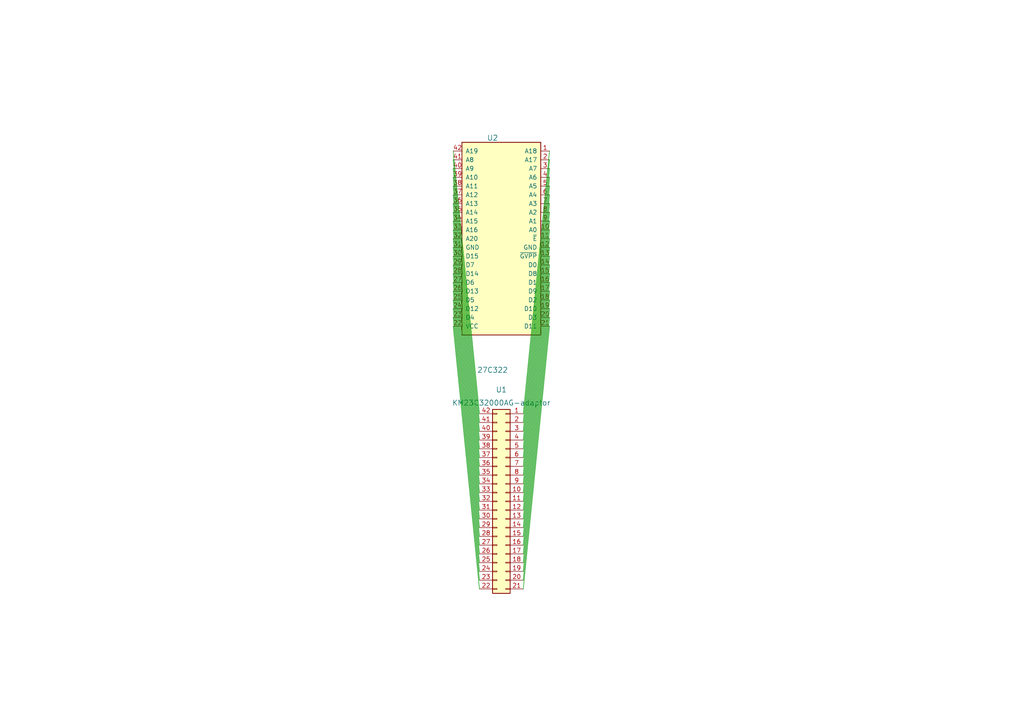
<source format=kicad_sch>
(kicad_sch (version 20211123) (generator eeschema)

  (uuid 4a8c20fe-5d4b-4608-b415-abbf95e0d2b1)

  (paper "A4")

  (lib_symbols
    (symbol "Connector_Generic:Conn_02x21_Counter_Clockwise" (pin_names (offset 1.016) hide) (in_bom yes) (on_board yes)
      (property "Reference" "J" (id 0) (at 1.27 27.94 0)
        (effects (font (size 1.27 1.27)))
      )
      (property "Value" "Conn_02x21_Counter_Clockwise" (id 1) (at 1.27 -27.94 0)
        (effects (font (size 1.27 1.27)))
      )
      (property "Footprint" "" (id 2) (at 0 0 0)
        (effects (font (size 1.27 1.27)) hide)
      )
      (property "Datasheet" "~" (id 3) (at 0 0 0)
        (effects (font (size 1.27 1.27)) hide)
      )
      (property "ki_keywords" "connector" (id 4) (at 0 0 0)
        (effects (font (size 1.27 1.27)) hide)
      )
      (property "ki_description" "Generic connector, double row, 02x21, counter clockwise pin numbering scheme (similar to DIP packge numbering), script generated (kicad-library-utils/schlib/autogen/connector/)" (id 5) (at 0 0 0)
        (effects (font (size 1.27 1.27)) hide)
      )
      (property "ki_fp_filters" "Connector*:*_2x??_*" (id 6) (at 0 0 0)
        (effects (font (size 1.27 1.27)) hide)
      )
      (symbol "Conn_02x21_Counter_Clockwise_1_1"
        (rectangle (start -1.27 -25.273) (end 0 -25.527)
          (stroke (width 0.1524) (type default) (color 0 0 0 0))
          (fill (type none))
        )
        (rectangle (start -1.27 -22.733) (end 0 -22.987)
          (stroke (width 0.1524) (type default) (color 0 0 0 0))
          (fill (type none))
        )
        (rectangle (start -1.27 -20.193) (end 0 -20.447)
          (stroke (width 0.1524) (type default) (color 0 0 0 0))
          (fill (type none))
        )
        (rectangle (start -1.27 -17.653) (end 0 -17.907)
          (stroke (width 0.1524) (type default) (color 0 0 0 0))
          (fill (type none))
        )
        (rectangle (start -1.27 -15.113) (end 0 -15.367)
          (stroke (width 0.1524) (type default) (color 0 0 0 0))
          (fill (type none))
        )
        (rectangle (start -1.27 -12.573) (end 0 -12.827)
          (stroke (width 0.1524) (type default) (color 0 0 0 0))
          (fill (type none))
        )
        (rectangle (start -1.27 -10.033) (end 0 -10.287)
          (stroke (width 0.1524) (type default) (color 0 0 0 0))
          (fill (type none))
        )
        (rectangle (start -1.27 -7.493) (end 0 -7.747)
          (stroke (width 0.1524) (type default) (color 0 0 0 0))
          (fill (type none))
        )
        (rectangle (start -1.27 -4.953) (end 0 -5.207)
          (stroke (width 0.1524) (type default) (color 0 0 0 0))
          (fill (type none))
        )
        (rectangle (start -1.27 -2.413) (end 0 -2.667)
          (stroke (width 0.1524) (type default) (color 0 0 0 0))
          (fill (type none))
        )
        (rectangle (start -1.27 0.127) (end 0 -0.127)
          (stroke (width 0.1524) (type default) (color 0 0 0 0))
          (fill (type none))
        )
        (rectangle (start -1.27 2.667) (end 0 2.413)
          (stroke (width 0.1524) (type default) (color 0 0 0 0))
          (fill (type none))
        )
        (rectangle (start -1.27 5.207) (end 0 4.953)
          (stroke (width 0.1524) (type default) (color 0 0 0 0))
          (fill (type none))
        )
        (rectangle (start -1.27 7.747) (end 0 7.493)
          (stroke (width 0.1524) (type default) (color 0 0 0 0))
          (fill (type none))
        )
        (rectangle (start -1.27 10.287) (end 0 10.033)
          (stroke (width 0.1524) (type default) (color 0 0 0 0))
          (fill (type none))
        )
        (rectangle (start -1.27 12.827) (end 0 12.573)
          (stroke (width 0.1524) (type default) (color 0 0 0 0))
          (fill (type none))
        )
        (rectangle (start -1.27 15.367) (end 0 15.113)
          (stroke (width 0.1524) (type default) (color 0 0 0 0))
          (fill (type none))
        )
        (rectangle (start -1.27 17.907) (end 0 17.653)
          (stroke (width 0.1524) (type default) (color 0 0 0 0))
          (fill (type none))
        )
        (rectangle (start -1.27 20.447) (end 0 20.193)
          (stroke (width 0.1524) (type default) (color 0 0 0 0))
          (fill (type none))
        )
        (rectangle (start -1.27 22.987) (end 0 22.733)
          (stroke (width 0.1524) (type default) (color 0 0 0 0))
          (fill (type none))
        )
        (rectangle (start -1.27 25.527) (end 0 25.273)
          (stroke (width 0.1524) (type default) (color 0 0 0 0))
          (fill (type none))
        )
        (rectangle (start -1.27 26.67) (end 3.81 -26.67)
          (stroke (width 0.254) (type default) (color 0 0 0 0))
          (fill (type background))
        )
        (rectangle (start 3.81 -25.273) (end 2.54 -25.527)
          (stroke (width 0.1524) (type default) (color 0 0 0 0))
          (fill (type none))
        )
        (rectangle (start 3.81 -22.733) (end 2.54 -22.987)
          (stroke (width 0.1524) (type default) (color 0 0 0 0))
          (fill (type none))
        )
        (rectangle (start 3.81 -20.193) (end 2.54 -20.447)
          (stroke (width 0.1524) (type default) (color 0 0 0 0))
          (fill (type none))
        )
        (rectangle (start 3.81 -17.653) (end 2.54 -17.907)
          (stroke (width 0.1524) (type default) (color 0 0 0 0))
          (fill (type none))
        )
        (rectangle (start 3.81 -15.113) (end 2.54 -15.367)
          (stroke (width 0.1524) (type default) (color 0 0 0 0))
          (fill (type none))
        )
        (rectangle (start 3.81 -12.573) (end 2.54 -12.827)
          (stroke (width 0.1524) (type default) (color 0 0 0 0))
          (fill (type none))
        )
        (rectangle (start 3.81 -10.033) (end 2.54 -10.287)
          (stroke (width 0.1524) (type default) (color 0 0 0 0))
          (fill (type none))
        )
        (rectangle (start 3.81 -7.493) (end 2.54 -7.747)
          (stroke (width 0.1524) (type default) (color 0 0 0 0))
          (fill (type none))
        )
        (rectangle (start 3.81 -4.953) (end 2.54 -5.207)
          (stroke (width 0.1524) (type default) (color 0 0 0 0))
          (fill (type none))
        )
        (rectangle (start 3.81 -2.413) (end 2.54 -2.667)
          (stroke (width 0.1524) (type default) (color 0 0 0 0))
          (fill (type none))
        )
        (rectangle (start 3.81 0.127) (end 2.54 -0.127)
          (stroke (width 0.1524) (type default) (color 0 0 0 0))
          (fill (type none))
        )
        (rectangle (start 3.81 2.667) (end 2.54 2.413)
          (stroke (width 0.1524) (type default) (color 0 0 0 0))
          (fill (type none))
        )
        (rectangle (start 3.81 5.207) (end 2.54 4.953)
          (stroke (width 0.1524) (type default) (color 0 0 0 0))
          (fill (type none))
        )
        (rectangle (start 3.81 7.747) (end 2.54 7.493)
          (stroke (width 0.1524) (type default) (color 0 0 0 0))
          (fill (type none))
        )
        (rectangle (start 3.81 10.287) (end 2.54 10.033)
          (stroke (width 0.1524) (type default) (color 0 0 0 0))
          (fill (type none))
        )
        (rectangle (start 3.81 12.827) (end 2.54 12.573)
          (stroke (width 0.1524) (type default) (color 0 0 0 0))
          (fill (type none))
        )
        (rectangle (start 3.81 15.367) (end 2.54 15.113)
          (stroke (width 0.1524) (type default) (color 0 0 0 0))
          (fill (type none))
        )
        (rectangle (start 3.81 17.907) (end 2.54 17.653)
          (stroke (width 0.1524) (type default) (color 0 0 0 0))
          (fill (type none))
        )
        (rectangle (start 3.81 20.447) (end 2.54 20.193)
          (stroke (width 0.1524) (type default) (color 0 0 0 0))
          (fill (type none))
        )
        (rectangle (start 3.81 22.987) (end 2.54 22.733)
          (stroke (width 0.1524) (type default) (color 0 0 0 0))
          (fill (type none))
        )
        (rectangle (start 3.81 25.527) (end 2.54 25.273)
          (stroke (width 0.1524) (type default) (color 0 0 0 0))
          (fill (type none))
        )
        (pin passive line (at -5.08 25.4 0) (length 3.81)
          (name "Pin_1" (effects (font (size 1.27 1.27))))
          (number "1" (effects (font (size 1.27 1.27))))
        )
        (pin passive line (at -5.08 2.54 0) (length 3.81)
          (name "Pin_10" (effects (font (size 1.27 1.27))))
          (number "10" (effects (font (size 1.27 1.27))))
        )
        (pin passive line (at -5.08 0 0) (length 3.81)
          (name "Pin_11" (effects (font (size 1.27 1.27))))
          (number "11" (effects (font (size 1.27 1.27))))
        )
        (pin passive line (at -5.08 -2.54 0) (length 3.81)
          (name "Pin_12" (effects (font (size 1.27 1.27))))
          (number "12" (effects (font (size 1.27 1.27))))
        )
        (pin passive line (at -5.08 -5.08 0) (length 3.81)
          (name "Pin_13" (effects (font (size 1.27 1.27))))
          (number "13" (effects (font (size 1.27 1.27))))
        )
        (pin passive line (at -5.08 -7.62 0) (length 3.81)
          (name "Pin_14" (effects (font (size 1.27 1.27))))
          (number "14" (effects (font (size 1.27 1.27))))
        )
        (pin passive line (at -5.08 -10.16 0) (length 3.81)
          (name "Pin_15" (effects (font (size 1.27 1.27))))
          (number "15" (effects (font (size 1.27 1.27))))
        )
        (pin passive line (at -5.08 -12.7 0) (length 3.81)
          (name "Pin_16" (effects (font (size 1.27 1.27))))
          (number "16" (effects (font (size 1.27 1.27))))
        )
        (pin passive line (at -5.08 -15.24 0) (length 3.81)
          (name "Pin_17" (effects (font (size 1.27 1.27))))
          (number "17" (effects (font (size 1.27 1.27))))
        )
        (pin passive line (at -5.08 -17.78 0) (length 3.81)
          (name "Pin_18" (effects (font (size 1.27 1.27))))
          (number "18" (effects (font (size 1.27 1.27))))
        )
        (pin passive line (at -5.08 -20.32 0) (length 3.81)
          (name "Pin_19" (effects (font (size 1.27 1.27))))
          (number "19" (effects (font (size 1.27 1.27))))
        )
        (pin passive line (at -5.08 22.86 0) (length 3.81)
          (name "Pin_2" (effects (font (size 1.27 1.27))))
          (number "2" (effects (font (size 1.27 1.27))))
        )
        (pin passive line (at -5.08 -22.86 0) (length 3.81)
          (name "Pin_20" (effects (font (size 1.27 1.27))))
          (number "20" (effects (font (size 1.27 1.27))))
        )
        (pin passive line (at -5.08 -25.4 0) (length 3.81)
          (name "Pin_21" (effects (font (size 1.27 1.27))))
          (number "21" (effects (font (size 1.27 1.27))))
        )
        (pin passive line (at 7.62 -25.4 180) (length 3.81)
          (name "Pin_22" (effects (font (size 1.27 1.27))))
          (number "22" (effects (font (size 1.27 1.27))))
        )
        (pin passive line (at 7.62 -22.86 180) (length 3.81)
          (name "Pin_23" (effects (font (size 1.27 1.27))))
          (number "23" (effects (font (size 1.27 1.27))))
        )
        (pin passive line (at 7.62 -20.32 180) (length 3.81)
          (name "Pin_24" (effects (font (size 1.27 1.27))))
          (number "24" (effects (font (size 1.27 1.27))))
        )
        (pin passive line (at 7.62 -17.78 180) (length 3.81)
          (name "Pin_25" (effects (font (size 1.27 1.27))))
          (number "25" (effects (font (size 1.27 1.27))))
        )
        (pin passive line (at 7.62 -15.24 180) (length 3.81)
          (name "Pin_26" (effects (font (size 1.27 1.27))))
          (number "26" (effects (font (size 1.27 1.27))))
        )
        (pin passive line (at 7.62 -12.7 180) (length 3.81)
          (name "Pin_27" (effects (font (size 1.27 1.27))))
          (number "27" (effects (font (size 1.27 1.27))))
        )
        (pin passive line (at 7.62 -10.16 180) (length 3.81)
          (name "Pin_28" (effects (font (size 1.27 1.27))))
          (number "28" (effects (font (size 1.27 1.27))))
        )
        (pin passive line (at 7.62 -7.62 180) (length 3.81)
          (name "Pin_29" (effects (font (size 1.27 1.27))))
          (number "29" (effects (font (size 1.27 1.27))))
        )
        (pin passive line (at -5.08 20.32 0) (length 3.81)
          (name "Pin_3" (effects (font (size 1.27 1.27))))
          (number "3" (effects (font (size 1.27 1.27))))
        )
        (pin passive line (at 7.62 -5.08 180) (length 3.81)
          (name "Pin_30" (effects (font (size 1.27 1.27))))
          (number "30" (effects (font (size 1.27 1.27))))
        )
        (pin passive line (at 7.62 -2.54 180) (length 3.81)
          (name "Pin_31" (effects (font (size 1.27 1.27))))
          (number "31" (effects (font (size 1.27 1.27))))
        )
        (pin passive line (at 7.62 0 180) (length 3.81)
          (name "Pin_32" (effects (font (size 1.27 1.27))))
          (number "32" (effects (font (size 1.27 1.27))))
        )
        (pin passive line (at 7.62 2.54 180) (length 3.81)
          (name "Pin_33" (effects (font (size 1.27 1.27))))
          (number "33" (effects (font (size 1.27 1.27))))
        )
        (pin passive line (at 7.62 5.08 180) (length 3.81)
          (name "Pin_34" (effects (font (size 1.27 1.27))))
          (number "34" (effects (font (size 1.27 1.27))))
        )
        (pin passive line (at 7.62 7.62 180) (length 3.81)
          (name "Pin_35" (effects (font (size 1.27 1.27))))
          (number "35" (effects (font (size 1.27 1.27))))
        )
        (pin passive line (at 7.62 10.16 180) (length 3.81)
          (name "Pin_36" (effects (font (size 1.27 1.27))))
          (number "36" (effects (font (size 1.27 1.27))))
        )
        (pin passive line (at 7.62 12.7 180) (length 3.81)
          (name "Pin_37" (effects (font (size 1.27 1.27))))
          (number "37" (effects (font (size 1.27 1.27))))
        )
        (pin passive line (at 7.62 15.24 180) (length 3.81)
          (name "Pin_38" (effects (font (size 1.27 1.27))))
          (number "38" (effects (font (size 1.27 1.27))))
        )
        (pin passive line (at 7.62 17.78 180) (length 3.81)
          (name "Pin_39" (effects (font (size 1.27 1.27))))
          (number "39" (effects (font (size 1.27 1.27))))
        )
        (pin passive line (at -5.08 17.78 0) (length 3.81)
          (name "Pin_4" (effects (font (size 1.27 1.27))))
          (number "4" (effects (font (size 1.27 1.27))))
        )
        (pin passive line (at 7.62 20.32 180) (length 3.81)
          (name "Pin_40" (effects (font (size 1.27 1.27))))
          (number "40" (effects (font (size 1.27 1.27))))
        )
        (pin passive line (at 7.62 22.86 180) (length 3.81)
          (name "Pin_41" (effects (font (size 1.27 1.27))))
          (number "41" (effects (font (size 1.27 1.27))))
        )
        (pin passive line (at 7.62 25.4 180) (length 3.81)
          (name "Pin_42" (effects (font (size 1.27 1.27))))
          (number "42" (effects (font (size 1.27 1.27))))
        )
        (pin passive line (at -5.08 15.24 0) (length 3.81)
          (name "Pin_5" (effects (font (size 1.27 1.27))))
          (number "5" (effects (font (size 1.27 1.27))))
        )
        (pin passive line (at -5.08 12.7 0) (length 3.81)
          (name "Pin_6" (effects (font (size 1.27 1.27))))
          (number "6" (effects (font (size 1.27 1.27))))
        )
        (pin passive line (at -5.08 10.16 0) (length 3.81)
          (name "Pin_7" (effects (font (size 1.27 1.27))))
          (number "7" (effects (font (size 1.27 1.27))))
        )
        (pin passive line (at -5.08 7.62 0) (length 3.81)
          (name "Pin_8" (effects (font (size 1.27 1.27))))
          (number "8" (effects (font (size 1.27 1.27))))
        )
        (pin passive line (at -5.08 5.08 0) (length 3.81)
          (name "Pin_9" (effects (font (size 1.27 1.27))))
          (number "9" (effects (font (size 1.27 1.27))))
        )
      )
    )
    (symbol "TSOP-48-breakout-board:27C322-adaptor" (pin_names (offset 1.016)) (in_bom yes) (on_board yes)
      (property "Reference" "U2" (id 0) (at -2.54 10.16 0)
        (effects (font (size 1.524 1.524)))
      )
      (property "Value" "27C322-adaptor" (id 1) (at -2.54 -49.53 0)
        (effects (font (size 1.524 1.524)))
      )
      (property "Footprint" "Library:27C322 Adaptor" (id 2) (at 0 0 0)
        (effects (font (size 1.524 1.524)) hide)
      )
      (property "Datasheet" "" (id 3) (at 0 0 0)
        (effects (font (size 1.524 1.524)))
      )
      (symbol "27C322-adaptor_0_0"
        (pin power_in line (at 11.43 -21.59 180) (length 2.54)
          (name "GND" (effects (font (size 1.27 1.27))))
          (number "31" (effects (font (size 1.27 1.27))))
        )
      )
      (symbol "27C322-adaptor_1_1"
        (rectangle (start -13.97 8.89) (end 8.89 -46.99)
          (stroke (width 0.254) (type default) (color 0 0 0 0))
          (fill (type background))
        )
        (pin input line (at -16.51 6.35 0) (length 2.54)
          (name "A18" (effects (font (size 1.27 1.27))))
          (number "1" (effects (font (size 1.27 1.27))))
        )
        (pin input line (at -16.51 -16.51 0) (length 2.54)
          (name "A0" (effects (font (size 1.27 1.27))))
          (number "10" (effects (font (size 1.27 1.27))))
        )
        (pin input line (at -16.51 -19.05 0) (length 2.54)
          (name "~{E}" (effects (font (size 1.27 1.27))))
          (number "11" (effects (font (size 1.27 1.27))))
        )
        (pin power_in line (at -16.51 -21.59 0) (length 2.54)
          (name "GND" (effects (font (size 1.27 1.27))))
          (number "12" (effects (font (size 1.27 1.27))))
        )
        (pin input line (at -16.51 -24.13 0) (length 2.54)
          (name "~{GVPP}" (effects (font (size 1.27 1.27))))
          (number "13" (effects (font (size 1.27 1.27))))
        )
        (pin tri_state line (at -16.51 -26.67 0) (length 2.54)
          (name "D0" (effects (font (size 1.27 1.27))))
          (number "14" (effects (font (size 1.27 1.27))))
        )
        (pin tri_state line (at -16.51 -29.21 0) (length 2.54)
          (name "D8" (effects (font (size 1.27 1.27))))
          (number "15" (effects (font (size 1.27 1.27))))
        )
        (pin tri_state line (at -16.51 -31.75 0) (length 2.54)
          (name "D1" (effects (font (size 1.27 1.27))))
          (number "16" (effects (font (size 1.27 1.27))))
        )
        (pin tri_state line (at -16.51 -34.29 0) (length 2.54)
          (name "D9" (effects (font (size 1.27 1.27))))
          (number "17" (effects (font (size 1.27 1.27))))
        )
        (pin tri_state line (at -16.51 -36.83 0) (length 2.54)
          (name "D2" (effects (font (size 1.27 1.27))))
          (number "18" (effects (font (size 1.27 1.27))))
        )
        (pin tri_state line (at -16.51 -39.37 0) (length 2.54)
          (name "D10" (effects (font (size 1.27 1.27))))
          (number "19" (effects (font (size 1.27 1.27))))
        )
        (pin input line (at -16.51 3.81 0) (length 2.54)
          (name "A17" (effects (font (size 1.27 1.27))))
          (number "2" (effects (font (size 1.27 1.27))))
        )
        (pin tri_state line (at -16.51 -41.91 0) (length 2.54)
          (name "D3" (effects (font (size 1.27 1.27))))
          (number "20" (effects (font (size 1.27 1.27))))
        )
        (pin tri_state line (at -16.51 -44.45 0) (length 2.54)
          (name "D11" (effects (font (size 1.27 1.27))))
          (number "21" (effects (font (size 1.27 1.27))))
        )
        (pin power_in line (at 11.43 -44.45 180) (length 2.54)
          (name "VCC" (effects (font (size 1.27 1.27))))
          (number "22" (effects (font (size 1.27 1.27))))
        )
        (pin tri_state line (at 11.43 -41.91 180) (length 2.54)
          (name "D4" (effects (font (size 1.27 1.27))))
          (number "23" (effects (font (size 1.27 1.27))))
        )
        (pin tri_state line (at 11.43 -39.37 180) (length 2.54)
          (name "D12" (effects (font (size 1.27 1.27))))
          (number "24" (effects (font (size 1.27 1.27))))
        )
        (pin tri_state line (at 11.43 -36.83 180) (length 2.54)
          (name "D5" (effects (font (size 1.27 1.27))))
          (number "25" (effects (font (size 1.27 1.27))))
        )
        (pin tri_state line (at 11.43 -34.29 180) (length 2.54)
          (name "D13" (effects (font (size 1.27 1.27))))
          (number "26" (effects (font (size 1.27 1.27))))
        )
        (pin tri_state line (at 11.43 -31.75 180) (length 2.54)
          (name "D6" (effects (font (size 1.27 1.27))))
          (number "27" (effects (font (size 1.27 1.27))))
        )
        (pin tri_state line (at 11.43 -29.21 180) (length 2.54)
          (name "D14" (effects (font (size 1.27 1.27))))
          (number "28" (effects (font (size 1.27 1.27))))
        )
        (pin tri_state line (at 11.43 -26.67 180) (length 2.54)
          (name "D7" (effects (font (size 1.27 1.27))))
          (number "29" (effects (font (size 1.27 1.27))))
        )
        (pin input line (at -16.51 1.27 0) (length 2.54)
          (name "A7" (effects (font (size 1.27 1.27))))
          (number "3" (effects (font (size 1.27 1.27))))
        )
        (pin tri_state line (at 11.43 -24.13 180) (length 2.54)
          (name "D15" (effects (font (size 1.27 1.27))))
          (number "30" (effects (font (size 1.27 1.27))))
        )
        (pin input line (at 11.43 -19.05 180) (length 2.54)
          (name "A20" (effects (font (size 1.27 1.27))))
          (number "32" (effects (font (size 1.27 1.27))))
        )
        (pin input line (at 11.43 -16.51 180) (length 2.54)
          (name "A16" (effects (font (size 1.27 1.27))))
          (number "33" (effects (font (size 1.27 1.27))))
        )
        (pin input line (at 11.43 -13.97 180) (length 2.54)
          (name "A15" (effects (font (size 1.27 1.27))))
          (number "34" (effects (font (size 1.27 1.27))))
        )
        (pin input line (at 11.43 -11.43 180) (length 2.54)
          (name "A14" (effects (font (size 1.27 1.27))))
          (number "35" (effects (font (size 1.27 1.27))))
        )
        (pin input line (at 11.43 -8.89 180) (length 2.54)
          (name "A13" (effects (font (size 1.27 1.27))))
          (number "36" (effects (font (size 1.27 1.27))))
        )
        (pin input line (at 11.43 -6.35 180) (length 2.54)
          (name "A12" (effects (font (size 1.27 1.27))))
          (number "37" (effects (font (size 1.27 1.27))))
        )
        (pin input line (at 11.43 -3.81 180) (length 2.54)
          (name "A11" (effects (font (size 1.27 1.27))))
          (number "38" (effects (font (size 1.27 1.27))))
        )
        (pin input line (at 11.43 -1.27 180) (length 2.54)
          (name "A10" (effects (font (size 1.27 1.27))))
          (number "39" (effects (font (size 1.27 1.27))))
        )
        (pin input line (at -16.51 -1.27 0) (length 2.54)
          (name "A6" (effects (font (size 1.27 1.27))))
          (number "4" (effects (font (size 1.27 1.27))))
        )
        (pin input line (at 11.43 1.27 180) (length 2.54)
          (name "A9" (effects (font (size 1.27 1.27))))
          (number "40" (effects (font (size 1.27 1.27))))
        )
        (pin input line (at 11.43 3.81 180) (length 2.54)
          (name "A8" (effects (font (size 1.27 1.27))))
          (number "41" (effects (font (size 1.27 1.27))))
        )
        (pin input line (at 11.43 6.35 180) (length 2.54)
          (name "A19" (effects (font (size 1.27 1.27))))
          (number "42" (effects (font (size 1.27 1.27))))
        )
        (pin input line (at -16.51 -3.81 0) (length 2.54)
          (name "A5" (effects (font (size 1.27 1.27))))
          (number "5" (effects (font (size 1.27 1.27))))
        )
        (pin input line (at -16.51 -6.35 0) (length 2.54)
          (name "A4" (effects (font (size 1.27 1.27))))
          (number "6" (effects (font (size 1.27 1.27))))
        )
        (pin input line (at -16.51 -8.89 0) (length 2.54)
          (name "A3" (effects (font (size 1.27 1.27))))
          (number "7" (effects (font (size 1.27 1.27))))
        )
        (pin input line (at -16.51 -11.43 0) (length 2.54)
          (name "A2" (effects (font (size 1.27 1.27))))
          (number "8" (effects (font (size 1.27 1.27))))
        )
        (pin input line (at -16.51 -13.97 0) (length 2.54)
          (name "A1" (effects (font (size 1.27 1.27))))
          (number "9" (effects (font (size 1.27 1.27))))
        )
      )
    )
  )


  (wire (pts (xy 151.765 150.495) (xy 159.385 74.295))
    (stroke (width 0) (type default) (color 0 0 0 0))
    (uuid 074aa5e7-84b6-439a-9adc-0c7ef791bbae)
  )
  (wire (pts (xy 139.065 170.815) (xy 131.445 94.615))
    (stroke (width 0) (type default) (color 0 0 0 0))
    (uuid 0c0cbdc9-37f1-4e20-a196-739d868b0c1e)
  )
  (wire (pts (xy 139.065 120.015) (xy 131.445 43.815))
    (stroke (width 0) (type default) (color 0 0 0 0))
    (uuid 0c0e9959-73f8-4614-9d88-997a018a8b20)
  )
  (wire (pts (xy 139.065 150.495) (xy 131.445 74.295))
    (stroke (width 0) (type default) (color 0 0 0 0))
    (uuid 1208a469-fac6-4e87-98ab-0092987b018b)
  )
  (wire (pts (xy 139.065 127.635) (xy 131.445 51.435))
    (stroke (width 0) (type default) (color 0 0 0 0))
    (uuid 184352ac-425a-4b53-a82a-c853e9c3b042)
  )
  (wire (pts (xy 151.765 130.175) (xy 159.385 53.975))
    (stroke (width 0) (type default) (color 0 0 0 0))
    (uuid 1a883eae-55bd-44e1-832f-90df4e6ce41a)
  )
  (wire (pts (xy 151.765 158.115) (xy 159.385 81.915))
    (stroke (width 0) (type default) (color 0 0 0 0))
    (uuid 2ee486a7-e569-4363-a14c-463332cbb61e)
  )
  (wire (pts (xy 151.765 155.575) (xy 159.385 79.375))
    (stroke (width 0) (type default) (color 0 0 0 0))
    (uuid 3183bda8-1235-4f27-b494-7ecbad38cf7a)
  )
  (wire (pts (xy 151.765 170.815) (xy 159.385 94.615))
    (stroke (width 0) (type default) (color 0 0 0 0))
    (uuid 3b1f46b2-acfb-4a9c-88fd-26fe9e049976)
  )
  (wire (pts (xy 151.765 160.655) (xy 159.385 84.455))
    (stroke (width 0) (type default) (color 0 0 0 0))
    (uuid 41b63879-d04b-4672-bb57-627a92de7414)
  )
  (wire (pts (xy 151.765 140.335) (xy 159.385 64.135))
    (stroke (width 0) (type default) (color 0 0 0 0))
    (uuid 467d7760-e99b-4c52-8f8c-618bd33add15)
  )
  (wire (pts (xy 139.065 135.255) (xy 131.445 59.055))
    (stroke (width 0) (type default) (color 0 0 0 0))
    (uuid 472347a9-b50f-416f-bed2-b290e91b3ddd)
  )
  (wire (pts (xy 139.065 155.575) (xy 131.445 79.375))
    (stroke (width 0) (type default) (color 0 0 0 0))
    (uuid 5ee9b079-b5df-4534-8e13-5af65947d789)
  )
  (wire (pts (xy 151.765 137.795) (xy 159.385 61.595))
    (stroke (width 0) (type default) (color 0 0 0 0))
    (uuid 643d6551-ef98-46dd-b42b-c9c1746caed3)
  )
  (wire (pts (xy 139.065 163.195) (xy 131.445 86.995))
    (stroke (width 0) (type default) (color 0 0 0 0))
    (uuid 65ca215f-4ae9-4ae2-a282-f74c52a06edf)
  )
  (wire (pts (xy 151.765 153.035) (xy 159.385 76.835))
    (stroke (width 0) (type default) (color 0 0 0 0))
    (uuid 67fa5cf6-e5e0-4bcd-b355-d3b1660451f4)
  )
  (wire (pts (xy 151.765 127.635) (xy 159.385 51.435))
    (stroke (width 0) (type default) (color 0 0 0 0))
    (uuid 68c0372d-e3a9-4e19-93aa-8878a22ecef8)
  )
  (wire (pts (xy 139.065 160.655) (xy 131.445 84.455))
    (stroke (width 0) (type default) (color 0 0 0 0))
    (uuid 6a2bc6e7-6ba2-4296-b4e8-760dc85e2240)
  )
  (wire (pts (xy 139.065 147.955) (xy 131.445 71.755))
    (stroke (width 0) (type default) (color 0 0 0 0))
    (uuid 7a63c4a7-af4a-46eb-9312-c35ca5001573)
  )
  (wire (pts (xy 151.765 122.555) (xy 159.385 46.355))
    (stroke (width 0) (type default) (color 0 0 0 0))
    (uuid 8678e2b8-18f3-4f63-baf5-6404fd31c363)
  )
  (wire (pts (xy 151.765 125.095) (xy 159.385 48.895))
    (stroke (width 0) (type default) (color 0 0 0 0))
    (uuid 8d420d46-a3bf-43c1-9b12-e23fec81cf83)
  )
  (wire (pts (xy 151.765 142.875) (xy 159.385 66.675))
    (stroke (width 0) (type default) (color 0 0 0 0))
    (uuid 902c1d84-7c52-4c79-bee2-294fc8b73661)
  )
  (wire (pts (xy 139.065 158.115) (xy 131.445 81.915))
    (stroke (width 0) (type default) (color 0 0 0 0))
    (uuid 915665b7-4da5-460b-a81b-28950d13cd28)
  )
  (wire (pts (xy 151.765 163.195) (xy 159.385 86.995))
    (stroke (width 0) (type default) (color 0 0 0 0))
    (uuid 9760815c-8341-40c0-bd7e-dec015124224)
  )
  (wire (pts (xy 139.065 153.035) (xy 131.445 76.835))
    (stroke (width 0) (type default) (color 0 0 0 0))
    (uuid 9aee890e-404f-4ecf-9ec9-e7a20318f776)
  )
  (wire (pts (xy 151.765 165.735) (xy 159.385 89.535))
    (stroke (width 0) (type default) (color 0 0 0 0))
    (uuid 9fe441a3-9842-4c2b-b54b-a01542d3af92)
  )
  (wire (pts (xy 151.765 145.415) (xy 159.385 69.215))
    (stroke (width 0) (type default) (color 0 0 0 0))
    (uuid b51ac102-d172-4cf4-bc80-fb532dbee1f8)
  )
  (wire (pts (xy 139.065 132.715) (xy 131.445 56.515))
    (stroke (width 0) (type default) (color 0 0 0 0))
    (uuid bb1db99a-1f3f-4a7c-9a6f-2e4866a1876b)
  )
  (wire (pts (xy 139.065 137.795) (xy 131.445 61.595))
    (stroke (width 0) (type default) (color 0 0 0 0))
    (uuid c2552c79-893e-4610-876f-2a1acf6ba2da)
  )
  (wire (pts (xy 139.065 125.095) (xy 131.445 48.895))
    (stroke (width 0) (type default) (color 0 0 0 0))
    (uuid c36e8aa3-0cae-4985-8790-7aa84a3dbc9d)
  )
  (wire (pts (xy 139.065 140.335) (xy 131.445 64.135))
    (stroke (width 0) (type default) (color 0 0 0 0))
    (uuid c69203b4-0449-4272-b479-b909dc898cb0)
  )
  (wire (pts (xy 139.065 145.415) (xy 131.445 69.215))
    (stroke (width 0) (type default) (color 0 0 0 0))
    (uuid c987b3a1-7954-4116-9120-028c277ce73d)
  )
  (wire (pts (xy 139.065 165.735) (xy 131.445 89.535))
    (stroke (width 0) (type default) (color 0 0 0 0))
    (uuid c9d90051-b7c2-4732-a340-735adb8d799e)
  )
  (wire (pts (xy 151.765 168.275) (xy 159.385 92.075))
    (stroke (width 0) (type default) (color 0 0 0 0))
    (uuid d6d73058-df88-48f1-9f79-657b6358a29c)
  )
  (wire (pts (xy 139.065 130.175) (xy 131.445 53.975))
    (stroke (width 0) (type default) (color 0 0 0 0))
    (uuid d6f20e77-a602-4fe5-a8ab-17fbba2cc995)
  )
  (wire (pts (xy 139.065 122.555) (xy 131.445 46.355))
    (stroke (width 0) (type default) (color 0 0 0 0))
    (uuid dd749598-8634-4a66-b53c-2b5e1d132e99)
  )
  (wire (pts (xy 151.765 147.955) (xy 159.385 71.755))
    (stroke (width 0) (type default) (color 0 0 0 0))
    (uuid de5d992a-e9f0-4384-a19d-de97a4b4481e)
  )
  (wire (pts (xy 151.765 120.015) (xy 159.385 43.815))
    (stroke (width 0) (type default) (color 0 0 0 0))
    (uuid dfa6c345-33ec-49e9-bd9e-6ef4770d00a9)
  )
  (wire (pts (xy 151.765 135.255) (xy 159.385 59.055))
    (stroke (width 0) (type default) (color 0 0 0 0))
    (uuid e19c805b-3195-47f9-a386-152c883a4b1e)
  )
  (wire (pts (xy 151.765 132.715) (xy 159.385 56.515))
    (stroke (width 0) (type default) (color 0 0 0 0))
    (uuid e3c11cf2-f085-43d7-a246-85477c476b56)
  )
  (wire (pts (xy 139.065 142.875) (xy 131.445 66.675))
    (stroke (width 0) (type default) (color 0 0 0 0))
    (uuid e741ed33-aa15-4041-8924-b5cf5e4eb2db)
  )
  (wire (pts (xy 139.065 168.275) (xy 131.445 92.075))
    (stroke (width 0) (type default) (color 0 0 0 0))
    (uuid f55061f8-8cb6-45b8-8f20-7234979a665e)
  )

  (symbol (lib_id "Connector_Generic:Conn_02x21_Counter_Clockwise") (at 146.685 145.415 0) (mirror y) (unit 1)
    (in_bom yes) (on_board yes) (fields_autoplaced)
    (uuid 770f76cc-deb2-4b27-a1c1-b8a7356f1fa9)
    (property "Reference" "U1" (id 0) (at 145.415 113.03 0)
      (effects (font (size 1.524 1.524)))
    )
    (property "Value" "KM23C32000AG-adaptor" (id 1) (at 145.415 116.84 0)
      (effects (font (size 1.524 1.524)))
    )
    (property "Footprint" "Connector_PinHeader_1.27mm:PinHeader_2x21_P1.27mm_Vertical" (id 2) (at 146.685 145.415 0)
      (effects (font (size 1.524 1.524)) hide)
    )
    (property "Datasheet" "~" (id 3) (at 146.685 145.415 0)
      (effects (font (size 1.27 1.27)) hide)
    )
    (pin "1" (uuid 392c4dd6-7de3-41e8-a134-2b880c7ac9f8))
    (pin "10" (uuid 7eaae994-73ed-490c-94ce-ad74c06eae1b))
    (pin "11" (uuid ce2cfaa2-6ab7-4863-8b38-289662879b2e))
    (pin "12" (uuid 5bc47b2a-a762-4299-94e2-4d530b177e5c))
    (pin "13" (uuid ecf6bb6e-2ec3-4210-837f-2c742e56c166))
    (pin "14" (uuid 7a6d6238-0475-44ef-a1c1-dccf03c8295d))
    (pin "15" (uuid a67bc585-3d63-4cb3-8705-13addfc06149))
    (pin "16" (uuid 69fd6630-8ff9-4628-b2c4-0d4772f87b62))
    (pin "17" (uuid fafda5ed-8273-440a-9720-4610d99f97da))
    (pin "18" (uuid 355dac9f-2813-413f-8c53-05a2a7fb0208))
    (pin "19" (uuid 1e9d17ad-c203-4aa1-b16e-26afb3b681eb))
    (pin "2" (uuid 73854d5d-4970-4db6-aba9-8609007217c7))
    (pin "20" (uuid e0070564-16a0-47c4-be1b-1e558fa9d80d))
    (pin "21" (uuid 7c918158-b269-4bf4-9c01-9cf9219c7dd7))
    (pin "22" (uuid 0c8d9360-dc2a-4af2-aaea-234dc844b6a5))
    (pin "23" (uuid 231670d8-2ab8-48bd-af4c-80e3aa5f7bc1))
    (pin "24" (uuid 20ac485f-9588-4d7c-8c81-21fbae9163b6))
    (pin "25" (uuid a86c389e-dc2b-4454-8bb2-fe304586327c))
    (pin "26" (uuid 0f3f575a-7748-4ac7-a1df-99b69e9bb8fd))
    (pin "27" (uuid 67391f6f-60df-4272-9c80-acf9dd80d376))
    (pin "28" (uuid c6420ab9-f191-4eed-9891-4f1748943743))
    (pin "29" (uuid 6a29a772-971b-44fc-8978-22a0c0e4fb76))
    (pin "3" (uuid 23e02083-3ee8-4740-9865-7c1b1bffad00))
    (pin "30" (uuid a3cb9aa0-8572-4957-89e7-18281a00ebdb))
    (pin "31" (uuid cdf6f462-f654-4ccd-ae75-1a423832c914))
    (pin "32" (uuid 7f6c0db2-6bd0-4d68-bfaa-1d52971b2713))
    (pin "33" (uuid 2ca1526f-cc98-4084-ab98-9a84b2c41bce))
    (pin "34" (uuid 5a93bb04-523d-49e2-88f0-157696b2a2d3))
    (pin "35" (uuid 0a9abad7-47fc-4d7a-b2b8-e9bd0663b7b4))
    (pin "36" (uuid 55a85e89-86d8-4163-895f-cf4179419ba6))
    (pin "37" (uuid 65fbd7a4-9794-49a4-9332-8b888e5228b2))
    (pin "38" (uuid b810d926-f457-4837-a9d0-c0ab2f0a4b34))
    (pin "39" (uuid 0a6acc79-28be-4200-a444-c9687750749d))
    (pin "4" (uuid 451e2f4f-1cbf-47d0-ab2f-1c450e9039bc))
    (pin "40" (uuid ff2810a5-69e7-4398-8b6b-c16b776d55f5))
    (pin "41" (uuid 128ed20a-d6b5-47c9-b4a8-e220e0a655d6))
    (pin "42" (uuid 73f3596b-432a-419f-b1bf-2319048784d2))
    (pin "5" (uuid a4fb7ee1-593d-4254-a247-7dabb251ee6e))
    (pin "6" (uuid 1bfe3d4c-2d21-4639-9f95-72104e3840e6))
    (pin "7" (uuid b2cd4b59-5c1f-4be9-aff8-9c9a32cfd9c1))
    (pin "8" (uuid aafdb37b-81ab-4d56-880d-1a484cb99c7c))
    (pin "9" (uuid f0c3a766-cecf-4795-b037-c25b3f9dc207))
  )

  (symbol (lib_id "TSOP-48-breakout-board:27C322-adaptor") (at 142.875 50.165 0) (mirror y) (unit 1)
    (in_bom yes) (on_board yes)
    (uuid a10b569c-d672-485d-9c05-2cb4795deeca)
    (property "Reference" "U2" (id 0) (at 142.875 40.005 0)
      (effects (font (size 1.524 1.524)))
    )
    (property "Value" "27C322" (id 1) (at 142.875 107.315 0)
      (effects (font (size 1.524 1.524)))
    )
    (property "Footprint" "Library:DIP177P1524X508-42" (id 2) (at 142.875 50.165 0)
      (effects (font (size 1.524 1.524)) hide)
    )
    (property "Datasheet" "" (id 3) (at 142.875 50.165 0)
      (effects (font (size 1.524 1.524)))
    )
    (pin "31" (uuid 1a813eeb-ee58-4579-81e1-3f9a7227213c))
    (pin "1" (uuid db902262-2864-4997-aeff-8abaa132424a))
    (pin "10" (uuid b21625e3-a75b-41d7-9f13-4c0e12ba16cb))
    (pin "11" (uuid 64256223-cf3b-4a78-97d3-f1dca769968f))
    (pin "12" (uuid df93f76b-86da-45ae-87e2-4b691af12b00))
    (pin "13" (uuid 7e498af5-a41b-4f8f-8a13-10c00a9160aa))
    (pin "14" (uuid 6aa022fb-09ce-49d9-86b1-c73b3ee817e2))
    (pin "15" (uuid 2151a218-87ec-4d43-b5fa-736242c52602))
    (pin "16" (uuid a6dc1180-19c4-432b-af49-fc9179bb4519))
    (pin "17" (uuid 4c8704fa-310a-4c01-8dc1-2b7e2727fea0))
    (pin "18" (uuid 6742a066-6a5f-4185-90ae-b7fe8c6eda52))
    (pin "19" (uuid e3c3d042-f4c5-4fb1-a6b8-52aa1c14cc0e))
    (pin "2" (uuid 8385d9f6-6997-423b-b38d-d0ab00c45f3f))
    (pin "20" (uuid 2fb9964c-4cd4-4e81-b5e8-f78759d3adb5))
    (pin "21" (uuid 05e45f00-3c6b-4c0c-9ffb-3fe26fcda007))
    (pin "22" (uuid 40b38567-9d6a-4691-bccf-1b4dbe39957b))
    (pin "23" (uuid b45059f3-613f-4b7a-a70a-ed75a9e941e6))
    (pin "24" (uuid 6f44a349-1ba9-4965-b217-aa1589a07228))
    (pin "25" (uuid 04d60995-4f82-4f17-8f82-2f27a0a779cc))
    (pin "26" (uuid f74eb612-4697-4cb4-afe4-9f94828b954d))
    (pin "27" (uuid 72cc7949-68f8-4ef8-adcb-a65c1d042672))
    (pin "28" (uuid 621c8eb9-ae87-439a-b350-badb5d559a5a))
    (pin "29" (uuid b2001159-b6cb-4000-85f5-34f6c410920f))
    (pin "3" (uuid fb191df4-267d-4797-80dd-be346b8eeb99))
    (pin "30" (uuid fab1abc4-c49d-4b88-8c7f-939d7feb7b6c))
    (pin "32" (uuid b754bfb3-a198-47be-8e7b-61bec885a5db))
    (pin "33" (uuid 01109662-12b4-48a3-b68d-624008909c2a))
    (pin "34" (uuid 0e166909-afb5-4d70-a00b-dd78cd09b084))
    (pin "35" (uuid dc7523a5-4408-4a51-bc92-6a47a538c094))
    (pin "36" (uuid 5a889284-4c9f-49be-8f02-e43e18550914))
    (pin "37" (uuid eb7e294c-b398-413b-8b78-85a66ed5f3ea))
    (pin "38" (uuid 1b5a32e4-0b8e-4f38-b679-71dc277c2087))
    (pin "39" (uuid 84febc35-87fd-4cad-8e04-2b66390cfc12))
    (pin "4" (uuid 494d4ce3-60c4-4021-8bd1-ab41a12b14ed))
    (pin "40" (uuid 414f80f7-b2d5-43c3-a018-819efe44fe30))
    (pin "41" (uuid a419542a-0c78-421e-9ac7-81d3afba6186))
    (pin "42" (uuid c480dba7-51ff-4a4f-9251-e48b2784c64a))
    (pin "5" (uuid 6b69fc79-c78f-4df1-9a05-c51d4173705f))
    (pin "6" (uuid f2392fe0-54af-4e02-8793-9ba2471944b5))
    (pin "7" (uuid 2a6ee718-8cdf-4fa6-be7c-8fe885d98fd7))
    (pin "8" (uuid 55cff608-ab38-48d9-ac09-2d0a877ceca1))
    (pin "9" (uuid 0fc912fd-5036-4a55-b598-a9af40810824))
  )

  (sheet_instances
    (path "/" (page "1"))
  )

  (symbol_instances
    (path "/770f76cc-deb2-4b27-a1c1-b8a7356f1fa9"
      (reference "U1") (unit 1) (value "KM23C32000AG-adaptor") (footprint "Connector_PinHeader_1.27mm:PinHeader_2x21_P1.27mm_Vertical")
    )
    (path "/a10b569c-d672-485d-9c05-2cb4795deeca"
      (reference "U2") (unit 1) (value "27C322") (footprint "Library:DIP177P1524X508-42")
    )
  )
)

</source>
